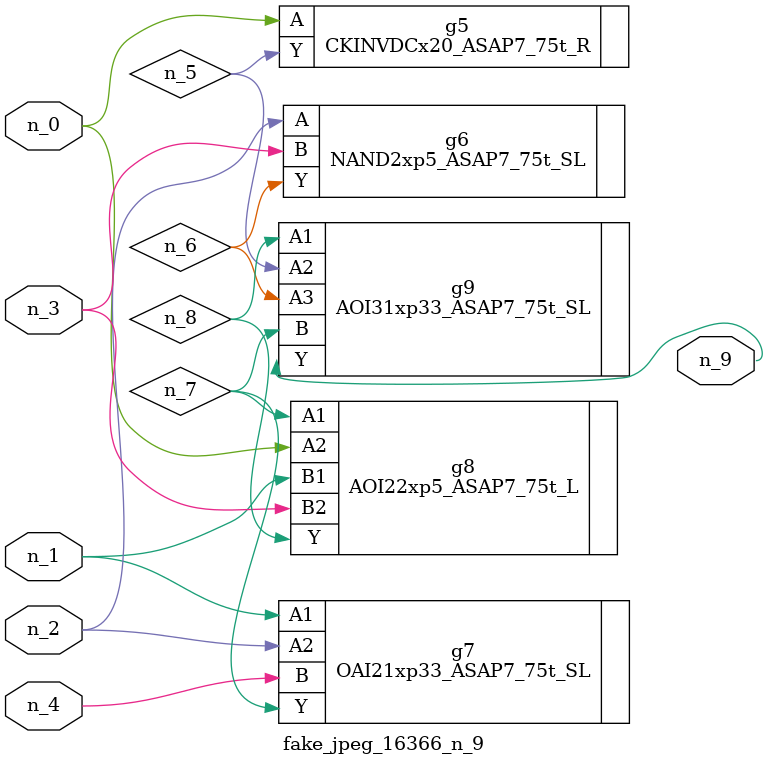
<source format=v>
module fake_jpeg_16366_n_9 (n_3, n_2, n_1, n_0, n_4, n_9);

input n_3;
input n_2;
input n_1;
input n_0;
input n_4;

output n_9;

wire n_8;
wire n_6;
wire n_5;
wire n_7;

CKINVDCx20_ASAP7_75t_R g5 ( 
.A(n_0),
.Y(n_5)
);

NAND2xp5_ASAP7_75t_SL g6 ( 
.A(n_2),
.B(n_3),
.Y(n_6)
);

OAI21xp33_ASAP7_75t_SL g7 ( 
.A1(n_1),
.A2(n_2),
.B(n_4),
.Y(n_7)
);

AOI22xp5_ASAP7_75t_L g8 ( 
.A1(n_7),
.A2(n_0),
.B1(n_1),
.B2(n_3),
.Y(n_8)
);

AOI31xp33_ASAP7_75t_SL g9 ( 
.A1(n_8),
.A2(n_5),
.A3(n_6),
.B(n_7),
.Y(n_9)
);


endmodule
</source>
